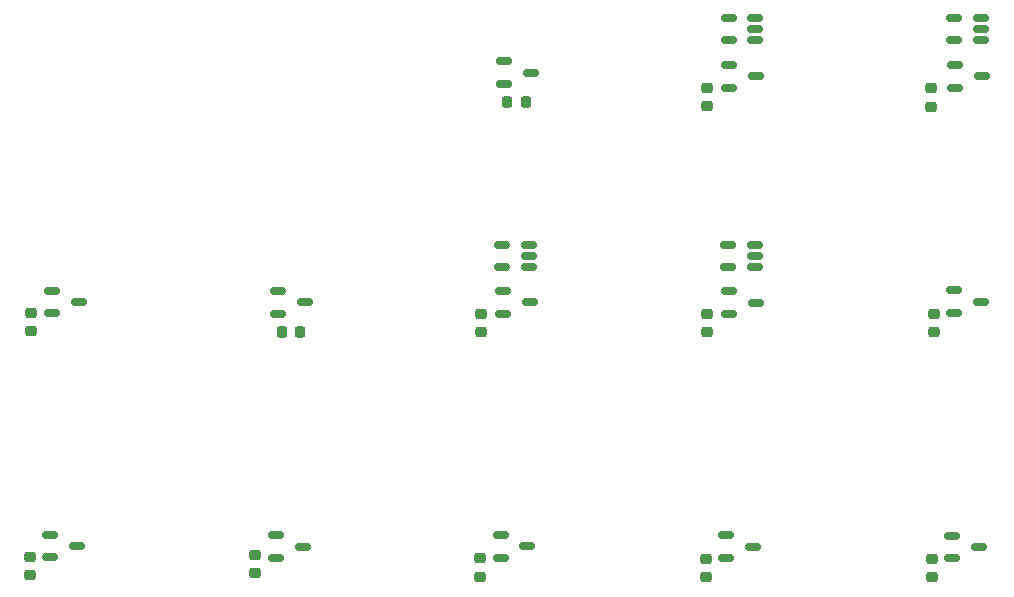
<source format=gbr>
%TF.GenerationSoftware,KiCad,Pcbnew,(7.0.0-0)*%
%TF.CreationDate,2023-03-27T22:21:21-05:00*%
%TF.ProjectId,he-sensor-breakout,68652d73-656e-4736-9f72-2d627265616b,rev?*%
%TF.SameCoordinates,Original*%
%TF.FileFunction,Paste,Bot*%
%TF.FilePolarity,Positive*%
%FSLAX46Y46*%
G04 Gerber Fmt 4.6, Leading zero omitted, Abs format (unit mm)*
G04 Created by KiCad (PCBNEW (7.0.0-0)) date 2023-03-27 22:21:21*
%MOMM*%
%LPD*%
G01*
G04 APERTURE LIST*
G04 Aperture macros list*
%AMRoundRect*
0 Rectangle with rounded corners*
0 $1 Rounding radius*
0 $2 $3 $4 $5 $6 $7 $8 $9 X,Y pos of 4 corners*
0 Add a 4 corners polygon primitive as box body*
4,1,4,$2,$3,$4,$5,$6,$7,$8,$9,$2,$3,0*
0 Add four circle primitives for the rounded corners*
1,1,$1+$1,$2,$3*
1,1,$1+$1,$4,$5*
1,1,$1+$1,$6,$7*
1,1,$1+$1,$8,$9*
0 Add four rect primitives between the rounded corners*
20,1,$1+$1,$2,$3,$4,$5,0*
20,1,$1+$1,$4,$5,$6,$7,0*
20,1,$1+$1,$6,$7,$8,$9,0*
20,1,$1+$1,$8,$9,$2,$3,0*%
G04 Aperture macros list end*
%ADD10RoundRect,0.150000X-0.512500X-0.150000X0.512500X-0.150000X0.512500X0.150000X-0.512500X0.150000X0*%
%ADD11RoundRect,0.225000X0.250000X-0.225000X0.250000X0.225000X-0.250000X0.225000X-0.250000X-0.225000X0*%
%ADD12RoundRect,0.150000X0.512500X0.150000X-0.512500X0.150000X-0.512500X-0.150000X0.512500X-0.150000X0*%
%ADD13RoundRect,0.225000X0.225000X0.250000X-0.225000X0.250000X-0.225000X-0.250000X0.225000X-0.250000X0*%
G04 APERTURE END LIST*
D10*
%TO.C,U1*%
X118126500Y-77079299D03*
X118126500Y-75179299D03*
X120401500Y-76129299D03*
%TD*%
D11*
%TO.C,C1*%
X78144600Y-78572799D03*
X78144600Y-77022799D03*
%TD*%
D10*
%TO.C,U1*%
X79887100Y-77061549D03*
X79887100Y-75161549D03*
X82162100Y-76111549D03*
%TD*%
%TO.C,U1*%
X118170742Y-57615417D03*
X118170742Y-55715417D03*
X120445742Y-56665417D03*
%TD*%
%TO.C,U1*%
X156301500Y-77004299D03*
X156301500Y-75104299D03*
X158576500Y-76054299D03*
%TD*%
D11*
%TO.C,C1*%
X116263600Y-78655549D03*
X116263600Y-77105549D03*
%TD*%
D10*
%TO.C,U1*%
X137252500Y-77088750D03*
X137252500Y-75188750D03*
X139527500Y-76138750D03*
%TD*%
D12*
%TO.C,U3*%
X139479242Y-52022667D03*
X139479242Y-52972667D03*
X139479242Y-53922667D03*
X137204242Y-53922667D03*
X137204242Y-52022667D03*
%TD*%
D10*
%TO.C,U1*%
X156132500Y-97770000D03*
X156132500Y-95870000D03*
X158407500Y-96820000D03*
%TD*%
D12*
%TO.C,U3*%
X120333600Y-71250549D03*
X120333600Y-72200549D03*
X120333600Y-73150549D03*
X118058600Y-73150549D03*
X118058600Y-71250549D03*
%TD*%
D11*
%TO.C,C1*%
X97144600Y-99066250D03*
X97144600Y-97516250D03*
%TD*%
%TO.C,C1*%
X154564000Y-78650549D03*
X154564000Y-77100549D03*
%TD*%
D10*
%TO.C,U1*%
X117897100Y-97740000D03*
X117897100Y-95840000D03*
X120172100Y-96790000D03*
%TD*%
D11*
%TO.C,C1*%
X154395000Y-99416250D03*
X154395000Y-97866250D03*
%TD*%
%TO.C,C1*%
X116174600Y-99346250D03*
X116174600Y-97796250D03*
%TD*%
%TO.C,C1*%
X135254600Y-99406250D03*
X135254600Y-97856250D03*
%TD*%
D10*
%TO.C,U1*%
X156386742Y-57947667D03*
X156386742Y-56047667D03*
X158661742Y-56997667D03*
%TD*%
D11*
%TO.C,C1*%
X135389600Y-78665000D03*
X135389600Y-77115000D03*
%TD*%
D10*
%TO.C,U1*%
X99062500Y-77078750D03*
X99062500Y-75178750D03*
X101337500Y-76128750D03*
%TD*%
D12*
%TO.C,U3*%
X158587342Y-52035417D03*
X158587342Y-52985417D03*
X158587342Y-53935417D03*
X156312342Y-53935417D03*
X156312342Y-52035417D03*
%TD*%
%TO.C,U3*%
X139459600Y-71260000D03*
X139459600Y-72210000D03*
X139459600Y-73160000D03*
X137184600Y-73160000D03*
X137184600Y-71260000D03*
%TD*%
D10*
%TO.C,U1*%
X98872100Y-97745000D03*
X98872100Y-95845000D03*
X101147100Y-96795000D03*
%TD*%
D13*
%TO.C,C1*%
X100905000Y-78623750D03*
X99355000Y-78623750D03*
%TD*%
D11*
%TO.C,C1*%
X154339242Y-59548917D03*
X154339242Y-57998917D03*
%TD*%
D10*
%TO.C,U1*%
X79777100Y-97725000D03*
X79777100Y-95825000D03*
X82052100Y-96775000D03*
%TD*%
%TO.C,U1*%
X137278642Y-57934917D03*
X137278642Y-56034917D03*
X139553642Y-56984917D03*
%TD*%
D13*
%TO.C,C1*%
X120013242Y-59160417D03*
X118463242Y-59160417D03*
%TD*%
D10*
%TO.C,U1*%
X136992100Y-97760000D03*
X136992100Y-95860000D03*
X139267100Y-96810000D03*
%TD*%
D11*
%TO.C,C1*%
X135415742Y-59511167D03*
X135415742Y-57961167D03*
%TD*%
%TO.C,C1*%
X78034600Y-99236250D03*
X78034600Y-97686250D03*
%TD*%
M02*

</source>
